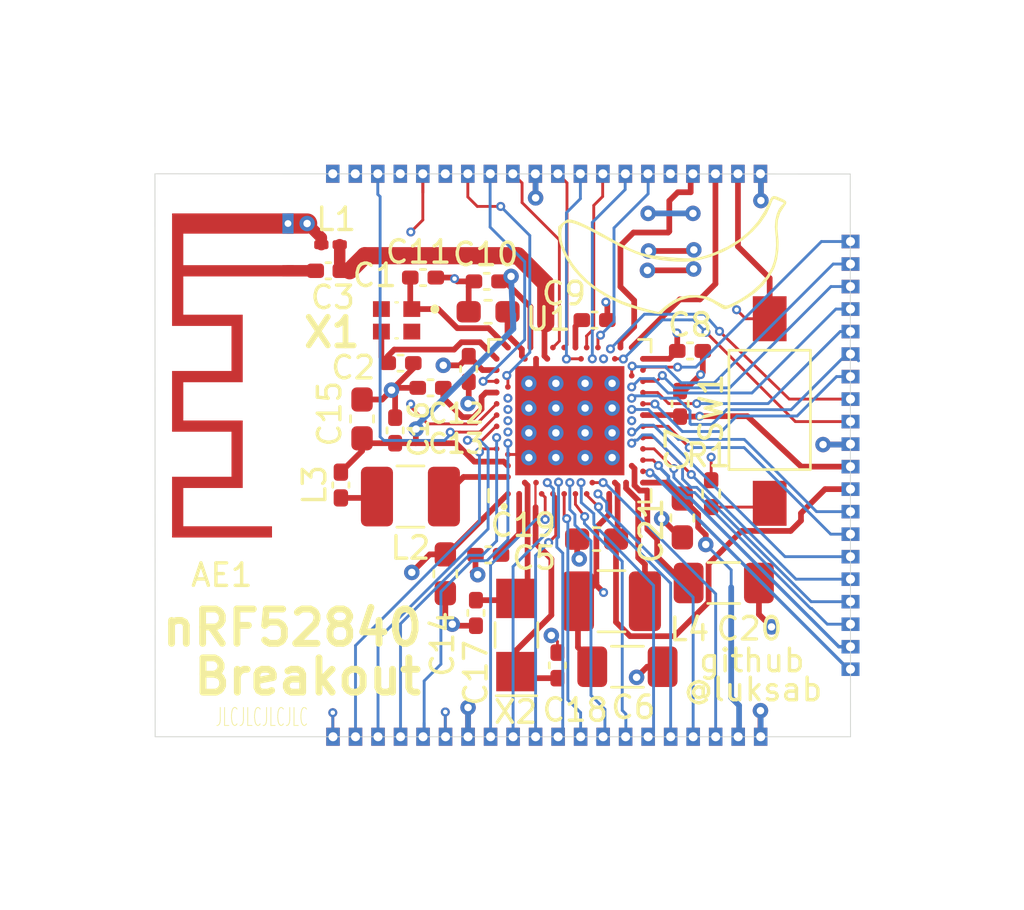
<source format=kicad_pcb>
(kicad_pcb (version 20210228) (generator pcbnew)
  (layers (0 "F.Cu" signal) (1 "In1.Cu" signal) (2 "In2.Cu" signal) (31 "B.Cu" signal) (34 "B.Paste" user) (35 "F.Paste" user) (36 "B.SilkS" user "B.Silkscreen") (37 "F.SilkS" user "F.Silkscreen") (38 "B.Mask" user) (39 "F.Mask" user) (44 "Edge.Cuts" user))
  (net 0 "")
  (net 1 "Net-(AE1-Pad1)")
  (net 2 "Net-(C1-Pad2)")
  (net 3 "GND")
  (net 4 "Net-(C2-Pad2)")
  (net 5 "Net-(C3-Pad1)")
  (net 6 "Net-(C5-Pad1)")
  (net 7 "VDD")
  (net 8 "Net-(C9-Pad1)")
  (net 9 "DEC4_6")
  (net 10 "Net-(C11-Pad1)")
  (net 11 "Net-(C13-Pad1)")
  (net 12 "Net-(C17-Pad2)")
  (net 13 "Net-(C18-Pad2)")
  (net 14 "Net-(J1-Pad3)")
  (net 15 "Net-(C20-Pad2)")
  (net 16 "Net-(J1-Pad5)")
  (net 17 "USB_D-")
  (net 18 "USB_D+")
  (net 19 "RST")
  (net 20 "SWDCLK")
  (net 21 "SWDIO")
  (net 22 "Net-(L2-Pad2)")
  (net 23 "DCC")
  (net 24 "Net-(L4-Pad1)")
  (net 25 "Net-(R1-Pad2)")
  (net 26 "Net-(J1-Pad8)")
  (net 27 "Net-(J1-Pad9)")
  (net 28 "Net-(J1-Pad10)")
  (net 29 "Net-(J1-Pad11)")
  (net 30 "Net-(J1-Pad12)")
  (net 31 "Net-(J1-Pad13)")
  (net 32 "Net-(J1-Pad14)")
  (net 33 "Net-(J1-Pad15)")
  (net 34 "Net-(J1-Pad16)")
  (net 35 "Net-(J2-Pad4)")
  (net 36 "Net-(J2-Pad3)")
  (net 37 "Net-(J2-Pad2)")
  (net 38 "Net-(J2-Pad1)")
  (net 39 "Net-(J1-Pad2)")
  (net 40 "Net-(J1-Pad17)")
  (net 41 "Net-(J1-Pad18)")
  (net 42 "Net-(J1-Pad4)")
  (net 43 "Net-(J2-Pad5)")
  (net 44 "Net-(J2-Pad6)")
  (net 45 "Net-(J2-Pad7)")
  (net 46 "Net-(J2-Pad8)")
  (net 47 "Net-(J2-Pad9)")
  (net 48 "Net-(J2-Pad11)")
  (net 49 "Net-(J2-Pad12)")
  (net 50 "Net-(J2-Pad13)")
  (net 51 "Net-(J2-Pad14)")
  (net 52 "Net-(J2-Pad15)")
  (net 53 "Net-(J2-Pad16)")
  (net 54 "Net-(J3-Pad1)")
  (net 55 "Net-(J3-Pad2)")
  (net 56 "VDDH")
  (net 57 "VBUS")
  (net 58 "Net-(J3-Pad3)")
  (net 59 "Net-(J3-Pad4)")
  (net 60 "Net-(J3-Pad5)")
  (net 61 "Net-(J3-Pad6)")
  (net 62 "Net-(J3-Pad7)")
  (net 63 "Net-(J3-Pad8)")
  (net 64 "Net-(J3-Pad9)")
  (net 65 "Net-(J3-Pad13)")
  (net 66 "Net-(J3-Pad14)")
  (net 67 "Net-(J3-Pad15)")
  (net 68 "Net-(J3-Pad16)")
  (net 69 "Net-(J3-Pad17)")
  (net 70 "Net-(J3-Pad18)")
  (footprint "Capacitor_SMD:C_0402_1005Metric_Pad0.74x0.62mm_HandSolder" (layer "F.Cu") (at 13.94 8.6725 -90)
    (fp_text reference "C12")
    (fp_text value "100nF")
  )
  (footprint "Connector_PinHeader_1.00mm:CastelatedHoles 1mm" (layer "F.Cu") (at 7.9 0 90)
    (fp_text reference "J2" hide)
    (fp_text value "Conn_01x20_Female")
  )
  (footprint "Connector_PinHeader_1.00mm:CastelatedHoles 1mm" (layer "F.Cu") (at 30.9 3.01)
    (fp_text reference "J3" hide)
    (fp_text value "Conn_01x20_Female")
  )
  (footprint "Capacitor_SMD:C_0402_1005Metric_Pad0.74x0.62mm_HandSolder" (layer "F.Cu") (at 14.74 4.78 180)
    (fp_text reference "C10")
    (fp_text value "nc")
  )
  (footprint "Capacitor_SMD:C_0603_1608Metric_Pad1.08x0.95mm_HandSolder" (layer "F.Cu") (at 23.43 15.29 90)
    (fp_text reference "C21")
    (fp_text value "4.7µF")
  )
  (footprint "RF_Antenna:Texas_SWRA117D_2.4GHz_Left" (layer "F.Cu") (at 5.91 4.31 90)
    (fp_text reference "AE1")
    (fp_text value "PCB")
  )
  (footprint "Button_Switch_SMD:SW_SPST_PTS636" (layer "F.Cu") (at 27.31 10.54 90)
    (fp_text reference "SW1")
    (fp_text value "SW_Push")
  )
  (footprint "Resistor_SMD:R_0402_1005Metric_Pad0.72x0.64mm_HandSolder" (layer "F.Cu") (at 24.71 14.21 -90)
    (fp_text reference "R1")
    (fp_text value "10k")
  )
  (footprint "Inductor_SMD:L_0402_1005Metric_Pad0.77x0.64mm_HandSolder" (layer "F.Cu") (at 7.7 4.31)
    (fp_text reference "L1")
    (fp_text value "3.9nH")
  )
  (footprint "SamacSys_Parts:XRCGB32M000F2P01R0" (layer "F.Cu") (at 10.735 6.51 180)
    (fp_text reference "X1")
    (fp_text value "Crystal" hide)
  )
  (footprint "Inductor_SMD:L_1210_3225Metric_Pad1.42x2.65mm_HandSolder" (layer "F.Cu") (at 11.35 14.34 180)
    (fp_text reference "L2")
    (fp_text value "10µH")
  )
  (footprint "Capacitor_SMD:C_1206_3216Metric_Pad1.33x1.80mm_HandSolder" (layer "F.Cu") (at 20.99 21.9)
    (fp_text reference "C6")
    (fp_text value "4.7µF")
  )
  (footprint "Capacitor_SMD:C_0402_1005Metric_Pad0.74x0.62mm_HandSolder" (layer "F.Cu") (at 23.33 10.22 90)
    (fp_text reference "C7")
    (fp_text value "100nF")
  )
  (footprint "Capacitor_SMD:C_1206_3216Metric_Pad1.33x1.80mm_HandSolder" (layer "F.Cu") (at 25.27 18.18 180)
    (fp_text reference "C20")
    (fp_text value "4.7µF")
  )
  (footprint "MountingHole:MountingHole_2.1mm" (layer "F.Cu") (at 29.55 1.33)
    (fp_text reference "REF**2" hide)
    (fp_text value "MountingHole_2.1mm")
  )
  (footprint "Capacitor_SMD:C_0402_1005Metric_Pad0.74x0.62mm_HandSolder" (layer "F.Cu") (at 11.91 4.61 180)
    (fp_text reference "C1")
    (fp_text value "12pF")
  )
  (footprint "Inductor_SMD:L_1210_3225Metric_Pad1.42x2.65mm_HandSolder" (layer "F.Cu") (at 20.28 18.99 180)
    (fp_text reference "L4")
    (fp_text value "10µH")
  )
  (footprint "MountingHole:MountingHole_2.1mm" (layer "F.Cu") (at 1.17 23.91)
    (fp_text reference "REF**1" hide)
    (fp_text value "MountingHole_2.1mm")
  )
  (footprint "Inductor_SMD:L_0402_1005Metric_Pad0.77x0.64mm_HandSolder" (layer "F.Cu") (at 8.26 13.8275 90)
    (fp_text reference "L3")
    (fp_text value "15nH")
  )
  (footprint "Capacitor_SMD:C_0603_1608Metric_Pad1.08x0.95mm_HandSolder" (layer "F.Cu") (at 9.2 10.89 90)
    (fp_text reference "C15")
    (fp_text value "1µF")
  )
  (footprint "Capacitor_SMD:C_0402_1005Metric_Pad0.74x0.62mm_HandSolder" (layer "F.Cu") (at 10.67 11.4025 90)
    (fp_text reference "C16")
    (fp_text value "47nF")
  )
  (footprint "Capacitor_SMD:C_0603_1608Metric_Pad1.08x0.95mm_HandSolder" (layer "F.Cu") (at 12.9 17.77 -90)
    (fp_text reference "C14")
    (fp_text value "1µF")
  )
  (footprint "LOGO" (layer "F.Cu") (at 22.875893 3.412212 -95)
    (fp_text reference "G***" hide)
    (fp_text value "LOGO" hide)
  )
  (footprint "Capacitor_SMD:C_0402_1005Metric_Pad0.74x0.62mm_HandSolder" (layer "F.Cu") (at 19.53 6.5)
    (fp_text reference "C9")
    (fp_text value "820pF")
  )
  (footprint "Connector_PinHeader_1.00mm:CastelatedHoles 1mm" (layer "F.Cu") (at 7.91 25.01 90)
    (fp_text reference "J1" hide)
    (fp_text value "Conn_01x20_Female")
  )
  (footprint "Crystal:Crystal_SMD_MicroCrystal_CC7V-T1A-2Pin_3.2x1.5mm_HandSoldering" (layer "F.Cu") (at 16.06 20.49 90)
    (fp_text reference "X2")
    (fp_text value "32.768kHz")
  )
  (footprint "Package_DFN_QFN:Nordic_AQFN-73-1EP_7x7mm_P0.5mm" (layer "F.Cu") (at 18.43 10.97 90)
    (fp_text reference "U1")
    (fp_text value "nRF52840")
  )
  (footprint "Capacitor_SMD:C_0201_0603Metric_Pad0.64x0.40mm_HandSolder" (layer "F.Cu") (at 7.8 3.15 180)
    (fp_text reference "C3")
    (fp_text value "0.8pF")
  )
  (footprint "Capacitor_SMD:C_0603_1608Metric_Pad1.08x0.95mm_HandSolder" (layer "F.Cu") (at 19.62 16.23)
    (fp_text reference "C19")
    (fp_text value "4.7µF")
  )
  (footprint "Capacitor_SMD:C_0402_1005Metric_Pad0.74x0.62mm_HandSolder" (layer "F.Cu") (at 14.8075 16.93 180)
    (fp_text reference "C5")
    (fp_text value "100nF")
  )
  (footprint "Capacitor_SMD:C_0402_1005Metric_Pad0.74x0.62mm_HandSolder" (layer "F.Cu") (at 10.91 8.41 180)
    (fp_text reference "C2")
    (fp_text value "12pF")
  )
  (footprint "Capacitor_SMD:C_0603_1608Metric_Pad1.08x0.95mm_HandSolder" (layer "F.Cu") (at 14.8 6.13 180)
    (fp_text reference "C11")
    (fp_text value "100pF")
  )
  (footprint "Capacitor_SMD:C_0402_1005Metric_Pad0.74x0.62mm_HandSolder" (layer "F.Cu") (at 17.88 21.84 -90)
    (fp_text reference "C18")
    (fp_text value "12pF")
  )
  (footprint "Capacitor_SMD:C_0402_1005Metric_Pad0.74x0.62mm_HandSolder" (layer "F.Cu") (at 12.2425 9.51 180)
    (fp_text reference "C13")
    (fp_text value "nc")
  )
  (footprint "Capacitor_SMD:C_0402_1005Metric_Pad0.74x0.62mm_HandSolder" (layer "F.Cu") (at 23.77 7.87)
    (fp_text reference "C8")
    (fp_text value "100nF")
  )
  (footprint "Capacitor_SMD:C_0402_1005Metric_Pad0.74x0.62mm_HandSolder" (layer "F.Cu") (at 14.26 19.51 90)
    (fp_text reference "C17")
    (fp_text value "12pF")
  )
  (gr_circle (center 15.51 14.78) (end 15.58 14.82) (layer "F.SilkS") (width 0.1524) (fill none))
  (gr_line (start 0 0) (end 0.01 25.01) (layer "Edge.Cuts") (width 0.0381))
  (gr_line (start 30.9 25.01) (end 30.89 0.01) (layer "Edge.Cuts") (width 0.0381))
  (gr_line (start 0.01 25.01) (end 30.9 25.01) (layer "Edge.Cuts") (width 0.0381))
  (gr_line (start 30.89 0.01) (end 0 0) (layer "Edge.Cuts") (width 0.0381))
  (gr_text "nRF52840" (at 6.11 20.17) (layer "F.SilkS") (effects (font (size 1.524 1.524) (thickness 0.3048))))
  (gr_text "Breakout" (at 6.78 22.34) (layer "F.SilkS") (effects (font (size 1.524 1.524) (thickness 0.3048))))
  (gr_text "JLCJLCJLCJLC" (at 4.75 24.14) (layer "F.SilkS") (effects (font (size 0.8 0.4) (thickness 0.0375))))
  (segment (start 7.1275 4.31) (end 5.91 4.31) (width 0.508) (layer "F.Cu") (net 1))
  (segment (start 11.3425 4.61) (end 11.3425 5.9425) (width 0.254) (layer "F.Cu") (net 2))
  (segment (start 12.584886 6.01) (end 13.433906 6.85902) (width 0.254) (layer "F.Cu") (net 2))
  (segment (start 11.3425 5.9425) (end 11.41 6.01) (width 0.254) (layer "F.Cu") (net 2))
  (segment (start 14.81902 6.85902) (end 15.68 7.72) (width 0.254) (layer "F.Cu") (net 2))
  (segment (start 11.41 6.01) (end 12.584886 6.01) (width 0.254) (layer "F.Cu") (net 2))
  (segment (start 13.433906 6.85902) (end 14.81902 6.85902) (width 0.254) (layer "F.Cu") (net 2))
  (segment (start 26.8325 18.18) (end 26.8325 19.5725) (width 0.254) (layer "F.Cu") (net 3))
  (segment (start 10.67 9.77) (end 10.51 9.61) (width 0.254) (layer "F.Cu") (net 3))
  (segment (start 12.9 18.6325) (end 12.9 19.7) (width 0.254) (layer "F.Cu") (net 3))
  (segment (start 7.3925 2.8425) (end 6.76 2.21) (width 0.508) (layer "F.Cu") (net 3))
  (segment (start 26.8325 19.5725) (end 27.39 20.13) (width 0.254) (layer "F.Cu") (net 3))
  (segment (start 11.4775 8.6425) (end 10.51 9.61) (width 0.254) (layer "F.Cu") (net 3))
  (segment (start 10.61 9.51) (end 10.51 9.61) (width 0.254) (layer "F.Cu") (net 3))
  (segment (start 18.43 11.07) (end 16.61 9.25) (width 0.127) (layer "F.Cu") (net 3))
  (segment (start 26.92 1.19) (end 26.92 0.12702) (width 0.254) (layer "F.Cu") (net 3))
  (segment (start 13.9375 6.13) (end 13.9375 5.015) (width 0.254) (layer "F.Cu") (net 3))
  (segment (start 26.92 0.12702) (end 26.9 0.12702) (width 0.254) (layer "F.Cu") (net 3))
  (segment (start 24.71 13.6125) (end 24.71 12.59) (width 0.127) (layer "F.Cu") (net 3))
  (segment (start 13.2775 20.0775) (end 13.21 20.01) (width 0.254) (layer "F.Cu") (net 3))
  (segment (start 13.94 10.18) (end 13.91 10.21) (width 0.254) (layer "F.Cu") (net 3))
  (segment (start 7.3925 3.15) (end 7.3925 2.8425) (width 0.508) (layer "F.Cu") (net 3))
  (segment (start 24.3375 8.8225) (end 24.24 8.92) (width 0.254) (layer "F.Cu") (net 3))
  (segment (start 17.88 20.78) (end 17.61 20.51) (width 0.127) (layer "F.Cu") (net 3))
  (segment (start 16.91 0.12702) (end 16.9 0.12702) (width 0.254) (layer "F.Cu") (net 3))
  (segment (start 11.4775 8.41) (end 11.4775 8.6425) (width 0.254) (layer "F.Cu") (net 3))
  (segment (start 23.33 9.6525) (end 23.5075 9.6525) (width 0.254) (layer "F.Cu") (net 3))
  (segment (start 13.94 9.24) (end 13.94 10.18) (width 0.254) (layer "F.Cu") (net 3))
  (segment (start 11.675 9.51) (end 10.61 9.51) (width 0.254) (layer "F.Cu") (net 3))
  (segment (start 15.68 12.47) (end 16.47 12.47) (width 0.127) (layer "F.Cu") (net 3))
  (segment (start 10.0925 10.0275) (end 10.51 9.61) (width 0.254) (layer "F.Cu") (net 3))
  (segment (start 17.88 21.2725) (end 17.88 20.78) (width 0.127) (layer "F.Cu") (net 3))
  (segment (start 16.91 1.07) (end 16.91 0.12702) (width 0.254) (layer "F.Cu") (net 3))
  (segment (start 18.7575 16.23) (end 18.7575 17.017669) (width 0.254) (layer "F.Cu") (net 3))
  (segment (start 29.68 12.03) (end 30.913284 12.03) (width 0.254) (layer "F.Cu") (net 3))
  (segment (start 14.24 16.93) (end 14.24 17.7125) (width 0.254) (layer "F.Cu") (net 3))
  (segment (start 7.9 23.94) (end 7.9 24.93648) (width 0.127) (layer "F.Cu") (net 3))
  (segment (start 24.3375 7.87) (end 24.3375 8.8225) (width 0.254) (layer "F.Cu") (net 3))
  (segment (start 16.47 12.47) (end 16.61 12.61) (width 0.127) (layer "F.Cu") (net 3))
  (segment (start 23.5075 9.6525) (end 24.24 8.92) (width 0.254) (layer "F.Cu") (net 3))
  (segment (start 20.0975 6.5) (end 20.0975 5.7675) (width 0.254) (layer "F.Cu") (net 3))
  (segment (start 16.61 11.55) (end 16.61 11.51) (width 0.127) (layer "F.Cu") (net 3))
  (segment (start 9.2 10.0275) (end 10.0925 10.0275) (width 0.254) (layer "F.Cu") (net 3))
  (segment (start 12.9 24.94648) (end 12.91 24.94648) (width 0.127) (layer "F.Cu") (net 3))
  (segment (start 16.93 9.47) (end 18.43 10.97) (width 0.254) (layer "F.Cu") (net 3))
  (segment (start 26.9 24.87298) (end 26.91 24.88298) (width 0.254) (layer "F.Cu") (net 3))
  (segment (start 26.9 23.85) (end 26.9 24.87298) (width 0.254) (layer "F.Cu") (net 3))
  (segment (start 16.93 8.22) (end 16.93 9.47) (width 0.254) (layer "F.Cu") (net 3))
  (segment (start 23.3425 16.1525) (end 22.51 15.32) (width 0.254) (layer "F.Cu") (net 3))
  (segment (start 12.4775 4.61) (end 13.26 4.61) (width 0.254) (layer "F.Cu") (net 3))
  (segment (start 7.9 24.93648) (end 7.91 24.94648) (width 0.127) (layer "F.Cu") (net 3))
  (segment (start 13.9375 5.015) (end 14.1725 4.78) (width 0.254) (layer "F.Cu") (net 3))
  (segment (start 14.1725 4.78) (end 13.43 4.78) (width 0.254) (layer "F.Cu") (net 3))
  (segment (start 16.61 12.65) (end 16.61 12.61) (width 0.127) (layer "F.Cu") (net 3))
  (segment (start 23.43 16.1525) (end 23.3425 16.1525) (width 0.254) (layer "F.Cu") (net 3))
  (segment (start 6.76 2.21) (end 5.91 2.21) (width 0.9) (layer "F.Cu") (net 3))
  (segment (start 14.26 20.0775) (end 13.2775 20.0775) (width 0.254) (layer "F.Cu") (net 3))
  (segment (start 21.8664 21.9) (end 21.3964 22.37) (width 0.254) (layer "F.Cu") (net 3))
  (segment (start 10.67 10.835) (end 10.67 9.77) (width 0.254) (layer "F.Cu") (net 3))
  (segment (start 22.5525 21.9) (end 21.8664 21.9) (width 0.254) (layer "F.Cu") (net 3))
  (segment (start 18.7575 17.017669) (end 18.849831 17.11) (width 0.254) (layer "F.Cu") (net 3))
  (segment (start 12.9 23.91) (end 12.9 24.94648) (width 0.127) (layer "F.Cu") (net 3))
  (segment (start 20.0975 5.7675) (end 20.03 5.7) (width 0.254) (layer "F.Cu") (net 3))
  (segment (start 16.61 10.45) (end 16.61 10.41) (width 0.127) (layer "F.Cu") (net 3))
  (segment (start 16.61 9.35) (end 16.61 9.31) (width 0.127) (layer "F.Cu") (net 3))
  (segment (start 13.43 4.78) (end 13.31 4.66) (width 0.254) (layer "F.Cu") (net 3))
  (segment (start 14.1125 17.7125) (end 14.21 17.81) (width 0.254) (layer "F.Cu") (net 3))
  (segment (start 12.9 19.7) (end 13.21 20.01) (width 0.254) (layer "F.Cu") (net 3))
  (segment (start 13.26 4.61) (end 13.31 4.66) (width 0.254) (layer "F.Cu") (net 3))
  (via (at 20.31 10.41) (size 0.6858) (drill 0.3302) (layers "F.Cu" "B.Cu") (net 3))
  (via (at 13.21 20.01) (size 0.6858) (drill 0.3302) (layers "F.Cu" "B.Cu") (net 3))
  (via (at 17.81 12.61) (size 0.6858) (drill 0.3302) (layers "F.Cu" "B.Cu") (net 3))
  (via (at 20.03 5.7) (size 0.4) (drill 0.2) (layers "F.Cu" "B.Cu") (net 3))
  (via (at 19.11 11.51) (size 0.6858) (drill 0.3302) (layers "F.Cu" "B.Cu") (net 3))
  (via (at 16.61 9.31) (size 0.6858) (drill 0.3302) (layers "F.Cu" "B.Cu") (net 3))
  (via (at 18.849831 17.11) (size 0.6858) (drill 0.3302) (layers "F.Cu" "B.Cu") (net 3))
  (via (at 26.92 1.19) (size 0.6858) (drill 0.3302) (layers "F.Cu" "B.Cu") (net 3))
  (via (at 17.81 11.51) (size 0.6858) (drill 0.3302) (layers "F.Cu" "B.Cu") (net 3))
  (via (at 19.11 12.61) (size 0.6858) (drill 0.3302) (layers "F.Cu" "B.Cu") (net 3))
  (via (at 29.68 12.03) (size 0.6858) (drill 0.3302) (layers "F.Cu" "B.Cu") (net 3))
  (via (at 17.81 9.31) (size 0.6858) (drill 0.3302) (layers "F.Cu" "B.Cu") (net 3))
  (via (at 12.9 23.91) (size 0.4) (drill 0.2) (layers "F.Cu" "B.Cu") (net 3))
  (via (at 16.61 12.61) (size 0.6858) (drill 0.3302) (layers "F.Cu" "B.Cu") (net 3))
  (via (at 6.76 2.21) (size 0.6858) (drill 0.3302) (layers "F.Cu" "B.Cu") (net 3))
  (via (at 14.3375 17.81) (size 0.6858) (drill 0.3302) (layers "F.Cu" "B.Cu") (net 3))
  (via (at 7.9 23.94) (size 0.4) (drill 0.2) (layers "F.Cu" "B.Cu") (net 3))
  (via (at 24.71 12.59) (size 0.4) (drill 0.2) (layers "F.Cu" "B.Cu") (net 3))
  (via (at 27.39 20.13) (size 0.6858) (drill 0.3302) (layers "F.Cu" "B.Cu") (net 3))
  (via (at 22.51 15.32) (size 0.6858) (drill 0.3302) (layers "F.Cu" "B.Cu") (net 3))
  (via (at 16.91 1.07) (size 0.6858) (drill 0.3302) (layers "F.Cu" "B.Cu") (net 3))
  (via (at 17.81 10.41) (size 0.6858) (drill 0.3302) (layers "F.Cu" "B.Cu") (net 3))
  (via (at 10.51 9.61) (size 0.6858) (drill 0.3302) (layers "F.Cu" "B.Cu") (net 3))
  (via (at 19.11 10.41) (size 0.6858) (drill 0.3302) (layers "F.Cu" "B.Cu") (net 3))
  (via (at 20.31 12.61) (size 0.6858) (drill 0.3302) (layers "F.Cu" "B.Cu") (net 3))
  (via (at 13.91 10.21) (size 0.6858) (drill 0.3302) (layers "F.Cu" "B.Cu") (net 3))
  (via (at 16.61 11.51) (size 0.6858) (drill 0.3302) (layers "F.Cu" "B.Cu") (net 3))
  (via (at 21.3964 22.37) (size 0.6858) (drill 0.3302) (layers "F.Cu" "B.Cu") (net 3))
  (via (at 13.31 4.66) (size 0.4) (drill 0.2) (layers "F.Cu" "B.Cu") (net 3))
  (via (at 16.61 10.41) (size 0.6858) (drill 0.3302) (layers "F.Cu" "B.Cu") (net 3))
  (via (at 19.11 9.31) (size 0.6858) (drill 0.3302) (layers "F.Cu" "B.Cu") (net 3))
  (via (at 20.31 9.31) (size 0.6858) (drill 0.3302) (layers "F.Cu" "B.Cu") (net 3))
  (via (at 17.61 20.51) (size 0.6858) (drill 0.3302) (layers "F.Cu" "B.Cu") (net 3))
  (via (at 20.31 11.51) (size 0.6858) (drill 0.3302) (layers "F.Cu" "B.Cu") (net 3))
  (via (at 26.9 23.85) (size 0.6858) (drill 0.3302) (layers "F.Cu" "B.Cu") (net 3))
  (via (at 24.24 8.92) (size 0.4) (drill 0.2) (layers "F.Cu" "B.Cu") (net 3))
  (segment (start 26.91 23.86) (end 26.91 24.88298) (width 0.254) (layer "B.Cu") (net 3))
  (segment (start 26.92 1.19) (end 26.92 0.12702) (width 0.254) (layer "B.Cu") (net 3))
  (segment (start 26.9 23.85) (end 26.91 23.86) (width 0.254) (layer "B.Cu") (net 3))
  (segment (start 26.92 0.12702) (end 26.9 0.12702) (width 0.254) (layer "B.Cu") (net 3))
  (segment (start 12.9 24.93648) (end 12.91 24.94648) (width 0.127) (layer "B.Cu") (net 3))
  (segment (start 16.91 1.07) (end 16.91 0.12702) (width 0.254) (layer "B.Cu") (net 3))
  (segment (start 12.9 23.91) (end 12.9 24.93648) (width 0.127) (layer "B.Cu") (net 3))
  (segment (start 7.9 24.94648) (end 7.91 24.94648) (width 0.127) (layer "B.Cu") (net 3))
  (segment (start 29.68 12.03) (end 30.913284 12.03) (width 0.254) (layer "B.Cu") (net 3))
  (segment (start 16.91 0.12702) (end 16.9 0.12702) (width 0.254) (layer "B.Cu") (net 3))
  (segment (start 7.9 23.94) (end 7.9 24.94648) (width 0.127) (layer "B.Cu") (net 3))
  (segment (start 14.44348 7.48348) (end 15.18 8.22) (width 0.254) (layer "F.Cu") (net 4))
  (segment (start 10.6325 7.81) (end 13.289056 7.81) (width 0.254) (layer "F.Cu") (net 4))
  (segment (start 10.3425 8.1) (end 10.6325 7.81) (width 0.254) (layer "F.Cu") (net 4))
  (segment (start 13.289056 7.81) (end 13.615576 7.48348) (width 0.254) (layer "F.Cu") (net 4))
  (segment (start 10.06 7.01) (end 10.06 8.1275) (width 0.254) (layer "F.Cu") (net 4))
  (segment (start 13.615576 7.48348) (end 14.44348 7.48348) (width 0.254) (layer "F.Cu") (net 4))
  (segment (start 10.3425 8.41) (end 10.3425 8.1) (width 0.254) (layer "F.Cu") (net 4))
  (segment (start 10.06 8.1275) (end 10.3425 8.41) (width 0.254) (layer "F.Cu") (net 4))
  (segment (start 9.32 3.64) (end 8.65 4.31) (width 0.762) (layer "F.Cu") (net 5))
  (segment (start 17.305 8.095) (end 17.305 6.715) (width 0.254) (layer "F.Cu") (net 5))
  (segment (start 15.99 3.64) (end 16.119389 3.64) (width 0.762) (layer "F.Cu") (net 5))
  (segment (start 8.65 4.31) (end 8.2725 4.31) (width 0.254) (layer "F.Cu") (net 5))
  (segment (start 8.2075 4.245) (end 8.2725 4.31) (width 0.254) (layer "F.Cu") (net 5))
  (segment (start 17.43 8.22) (end 17.305 8.095) (width 0.254) (layer "F.Cu") (net 5))
  (segment (start 17.36 4.880611) (end 17.36 6.66) (width 0.762) (layer "F.Cu") (net 5))
  (segment (start 8.2075 3.15) (end 8.2075 4.245) (width 0.508) (layer "F.Cu") (net 5))
  (segment (start 15.99 3.64) (end 9.32 3.64) (width 0.762) (layer "F.Cu") (net 5))
  (segment (start 16.119389 3.64) (end 17.36 4.880611) (width 0.762) (layer "F.Cu") (net 5))
  (segment (start 17.305 6.715) (end 17.36 6.66) (width 0.254) (layer "F.Cu") (net 5))
  (segment (start 16.18 15.9975) (end 15.2475 16.93) (width 0.254) (layer "F.Cu") (net 6))
  (segment (start 16.18 14.22) (end 16.18 15.9975) (width 0.254) (layer "F.Cu") (net 6))
  (segment (start 12.2125 16.9075) (end 11.41 17.71) (width 0.254) (layer "F.Cu") (net 7))
  (segment (start 23.2025 7.87) (end 23.2025 7.0825) (width 0.254) (layer "F.Cu") (net 7))
  (segment (start 24.1825 10.7875) (end 24.2 10.77) (width 0.254) (layer "F.Cu") (net 7))
  (segment (start 18.7925 18.99) (end 18.7925 21.035) (width 0.254) (layer "F.Cu") (net 7))
  (segment (start 19.61 15.71) (end 20.18 15.14) (width 0.254) (layer "F.Cu") (net 7))
  (segment (start 20.18 15.14) (end 20.18 14.74) (width 0.254) (layer "F.Cu") (net 7))
  (segment (start 13.91 23.71) (end 13.91 24.88298) (width 0.254) (layer "F.Cu") (net 7))
  (segment (start 15.68 14.22) (end 12.9925 16.9075) (width 0.254) (layer "F.Cu") (net 7))
  (segment (start 21.88 4.29) (end 23.87 4.29) (width 0.254) (layer "F.Cu") (net 7))
  (segment (start 13.535 8.51) (end 12.81 8.51) (width 0.254) (layer "F.Cu") (net 7))
  (segment (start 24.2 10.77) (end 26.32 10.77) (width 0.254) (layer "F.Cu") (net 7))
  (segment (start 26.32 10.77) (end 28.71 13.01) (width 0.254) (layer "F.Cu") (net 7))
  (segment (start 23.89 3.43) (end 23.94 3.38) (width 0.254) (layer "F.Cu") (net 7))
  (segment (start 12.9925 16.9075) (end 12.9 16.9075) (width 0.254) (layer "F.Cu") (net 7))
  (segment (start 21.93 3.43) (end 23.89 3.43) (width 0.254) (layer "F.Cu") (net 7))
  (segment (start 21.68 10.72) (end 23.2625 10.72) (width 0.254) (layer "F.Cu") (net 7))
  (segment (start 19.61 18.1725) (end 19.61 18.28) (width 0.254) (layer "F.Cu") (net 7))
  (segment (start 23.2025 7.0825) (end 23.19 7.07) (width 0.254) (layer "F.Cu") (net 7))
  (segment (start 23.33 10.7875) (end 24.1825 10.7875) (width 0.254) (layer "F.Cu") (net 7))
  (segment (start 19.61 18.1725) (end 19.61 15.71) (width 0.254) (layer "F.Cu") (net 7))
  (segment (start 22.8525 8.22) (end 23.2025 7.87) (width 0.254) (layer "F.Cu") (net 7))
  (segment (start 19.61 18.1725) (end 18.7925 18.99) (width 0.254) (layer "F.Cu") (net 7))
  (segment (start 12.9 16.9075) (end 12.2125 16.9075) (width 0.254) (layer "F.Cu") (net 7))
  (segment (start 23.87 4.29) (end 23.93 4.23) (width 0.254) (layer "F.Cu") (net 7))
  (segment (start 20.18 15.14) (end 20.18 14.22) (width 0.254) (layer "F.Cu") (net 7))
  (segment (start 18.7925 21.035) (end 19.4475 21.69) (width 0.254) (layer "F.Cu") (net 7))
  (segment (start 28.71 13.01) (end 30.9 13.01) (width 0.254) (layer "F.Cu") (net 7))
  (segment (start 21.68 8.22) (end 22.8525 8.22) (width 0.254) (layer "F.Cu") (net 7))
  (segment (start 15.18 8.72) (end 14.555 8.72) (width 0.254) (layer "F.Cu") (net 7))
  (segment (start 13.94 8.105) (end 13.535 8.51) (width 0.254) (layer "F.Cu") (net 7))
  (segment (start 14.555 8.72) (end 13.94 8.105) (width 0.254) (layer "F.Cu") (net 7))
  (segment (start 23.2625 10.72) (end 23.33 10.7875) (width 0.254) (layer "F.Cu") (net 7))
  (segment (start 19.61 18.28) (end 19.93 18.6) (width 0.254) (layer "F.Cu") (net 7))
  (via (at 21.88 4.29) (size 0.6858) (drill 0.3302) (layers "F.Cu" "B.Cu") (net 7))
  (via (at 13.91 23.71) (size 0.6858) (drill 0.3302) (layers "F.Cu" "B.Cu") (net 7))
  (via (at 23.94 3.38) (size 0.6858) (drill 0.3302) (layers "F.Cu" "B.Cu") (net 7))
  (via (at 23.93 4.23) (size 0.6858) (drill 0.3302) (layers "F.Cu" "B.Cu") (net 7))
  (via (at 23.19 7.07) (size 0.4) (drill 0.2) (layers "F.Cu" "B.Cu") (net 7))
  (via (at 23.9 1.76) (size 0.6858) (drill 0.3302) (layers "F.Cu" "B.Cu") (net 7))
  (via (at 11.41 17.71) (size 0.6858) (drill 0.3302) (layers "F.Cu" "B.Cu") (net 7))
  (via (at 12.81 8.51) (size 0.6858) (drill 0.3302) (layers "F.Cu" "B.Cu") (net 7))
  (via (at 24.2 10.77) (size 0.4) (drill 0.2) (layers "F.Cu" "B.Cu") (net 7))
  (via (at 21.91 1.76) (size 0.6858) (drill 0.3302) (layers "F.Cu" "B.Cu") (net 7))
  (via (at 21.93 3.43) (size 0.6858) (drill 0.3302) (layers "F.Cu" "B.Cu") (net 7))
  (via (at 19.93 18.6) (size 0.4) (drill 0.2) (layers "F.Cu" "B.Cu") (net 7))
  (segment (start 21.91 1.76) (end 23.9 1.76) (width 0.254) (layer "B.Cu") (net 7))
  (segment (start 13.91 23.71) (end 13.91 24.88298) (width 0.254) (layer "B.Cu") (net 7))
  (segment (start 18.68 6.7825) (end 18.9625 6.5) (width 0.254) (layer "F.Cu") (net 8))
  (segment (start 18.68 7.72) (end 18.68 6.7825) (width 0.254) (layer "F.Cu") (net 8))
  (segment (start 15.68 12.97) (end 15.49798 12.78798) (width 0.254) (layer "F.Cu") (net 9))
  (segment (start 15.3075 4.78) (end 15.545114 4.78) (width 0.254) (layer "F.Cu") (net 9))
  (segment (start 9.2 12.315) (end 8.26 13.255) (width 0.254) (layer "F.Cu") (net 9))
  (segment (start 15.82 4.56) (end 15.651388 4.78) (width 0.254) (layer "F.Cu") (net 9))
  (segment (start 10.67 11.97) (end 9.4175 11.97) (width 0.254) (layer "F.Cu") (net 9))
  (segment (start 14.18798 12.78798) (end 13.37 11.97) (width 0.254) (layer "F.Cu") (net 9))
  (segment (start 15.651388 4.78) (end 15.3075 4.78) (width 0.254) (layer "F.Cu") (net 9))
  (segment (start 11.59 11.97) (end 10.67 11.97) (width 0.254) (layer "F.Cu") (net 9))
  (segment (start 11.6 11.34) (end 11.59 11.35) (width 0.254) (layer "F.Cu") (net 9))
  (segment (start 9.4175 11.97) (end 9.2 11.7525) (width 0.254) (layer "F.Cu") (net 9))
  (segment (start 15.545114 4.78) (end 16.68 5.914886) (width 0.254) (layer "F.Cu") (net 9))
  (segment (start 11.59 11.35) (end 11.59 11.97) (width 0.254) (layer "F.Cu") (net 9))
  (segment (start 9.2 11.7525) (end 9.2 12.315) (width 0.254) (layer "F.Cu") (net 9))
  (segment (start 15.49798 12.78798) (end 14.18798 12.78798) (width 0.254) (layer "F.Cu") (net 9))
  (segment (start 16.68 5.914886) (end 16.68 7.72) (width 0.254) (layer "F.Cu") (net 9))
  (segment (start 13.37 11.97) (end 11.59 11.97) (width 0.254) (layer "F.Cu") (net 9))
  (via (at 11.6 11.34) (size 0.6858) (drill 0.3302) (layers "F.Cu" "B.Cu") (net 9))
  (via (at 15.82 4.56) (size 0.6858) (drill 0.3302) (layers "F.Cu" "B.Cu") (net 9))
  (segment (start 11.6 11.21) (end 15.91925 6.89075) (width 0.254) (layer "B.Cu") (net 9))
  (segment (start 15.91925 6.89075) (end 15.91925 6.244219) (width 0.254) (layer "B.Cu") (net 9))
  (segment (start 15.91925 6.89075) (end 15.82 4.56) (width 0.254) (layer "B.Cu") (net 9))
  (segment (start 11.6 11.34) (end 11.6 11.21) (width 0.254) (layer "B.Cu") (net 9))
  (segment (start 16.300989 8.090989) (end 16.300989 7.800989) (width 0.254) (layer "F.Cu") (net 10))
  (segment (start 16.43 8.22) (end 16.300989 8.090989) (width 0.254) (layer "F.Cu") (net 10))
  (segment (start 15.6625 7.1625) (end 15.6625 6.13) (width 0.254) (layer "F.Cu") (net 10))
  (segment (start 16.300989 7.800989) (end 15.6625 7.1625) (width 0.254) (layer "F.Cu") (net 10))
  (segment (start 14.7 9.72) (end 15.18 9.72) (width 0.254) (layer "F.Cu") (net 11))
  (segment (start 14.51 9.91) (end 14.7 9.72) (width 0.254) (layer "F.Cu") (net 11))
  (segment (start 12.81 9.51) (end 12.81 9.953469) (width 0.254) (layer "F.Cu") (net 11))
  (segment (start 12.81 9.953469) (end 13.666531 10.81) (width 0.254) (layer "F.Cu") (net 11))
  (segment (start 14.51 10.453469) (end 14.51 9.91) (width 0.254) (layer "F.Cu") (net 11))
  (segment (start 14.153469 10.81) (end 14.51 10.453469) (width 0.254) (layer "F.Cu") (net 11))
  (segment (start 13.666531 10.81) (end 14.153469 10.81) (width 0.254) (layer "F.Cu") (net 11))
  (segment (start 16.43 13.72) (end 16.555 13.845) (width 0.254) (layer "F.Cu") (net 12))
  (segment (start 14.26 18.9425) (end 15.9825 18.9425) (width 0.254) (layer "F.Cu") (net 12))
  (segment (start 16.555 13.845) (end 16.555 18.37) (width 0.254) (layer "F.Cu") (net 12))
  (segment (start 16.555 18.37) (end 16.06 18.865) (width 0.254) (layer "F.Cu") (net 12))
  (segment (start 15.9825 18.9425) (end 16.06 18.865) (width 0.254) (layer "F.Cu") (net 12))
  (segment (start 16.91 14.81) (end 16.91 16.41) (width 0.254) (layer "F.Cu") (net 13))
  (segment (start 16.91 16.41) (end 17.61 17.11) (width 0.254) (layer "F.Cu") (net 13))
  (segment (start 16.904989 13.745011) (end 16.904989 14.804989) (width 0.1) (layer "F.Cu") (net 13))
  (segment (start 16.904989 14.804989) (end 16.91 14.81) (width 0.1) (layer "F.Cu") (net 13))
  (segment (start 17.61 19.61) (end 16.06 21.16) (width 0.254) (layer "F.Cu") (net 13))
  (segment (start 16.3525 22.4075) (end 16.06 22.115) (width 0.254) (layer "F.Cu") (net 13))
  (segment (start 16.06 21.16) (end 16.06 22.115) (width 0.254) (layer "F.Cu") (net 13))
  (segment (start 16.93 13.72) (end 16.904989 13.745011) (width 0.1) (layer "F.Cu") (net 13))
  (segment (start 17.61 17.11) (end 17.61 19.61) (width 0.254) (layer "F.Cu") (net 13))
  (segment (start 17.88 22.4075) (end 16.3525 22.4075) (width 0.254) (layer "F.Cu") (net 13))
  (segment (start 14.53 11.84) (end 13.88 11.84) (width 0.127) (layer "F.Cu") (net 14))
  (segment (start 15.15 11.22) (end 14.53 11.84) (width 0.127) (layer "F.Cu") (net 14))
  (segment (start 15.18 11.22) (end 15.15 11.22) (width 0.127) (layer "F.Cu") (net 14))
  (via (at 13.88 11.84) (size 0.4) (drill 0.2) (layers "F.Cu" "B.Cu") (net 14))
  (segment (start 14.8 15.778946) (end 9.91 20.668946) (width 0.127) (layer "B.Cu") (net 14))
  (segment (start 9.91 20.668946) (end 9.91 24.94648) (width 0.127) (layer "B.Cu") (net 14))
  (segment (start 14.433952 11.84) (end 14.8 12.206048) (width 0.127) (layer "B.Cu") (net 14))
  (segment (start 13.88 11.84) (end 14.433952 11.84) (width 0.127) (layer "B.Cu") (net 14))
  (segment (start 14.8 12.206048) (end 14.8 15.778946) (width 0.127) (layer "B.Cu") (net 14))
  (segment (start 21.533361 14.07402) (end 21.87402 14.07402) (width 0.254) (layer "F.Cu") (net 15))
  (segment (start 21.87402 15.790952) (end 22.31 16.226932) (width 0.254) (layer "F.Cu") (net 15))
  (segment (start 22.31 17.01) (end 23.48 18.18) (width 0.254) (layer "F.Cu") (net 15))
  (segment (start 23.48 18.18) (end 23.7075 18.18) (width 0.254) (layer "F.Cu") (net 15))
  (segment (start 21.87402 14.07402) (end 21.87402 15.790952) (width 0.254) (layer "F.Cu") (net 15))
  (segment (start 21.305 13.095) (end 21.305 13.845659) (width 0.254) (layer "F.Cu") (net 15))
  (segment (start 21.305 13.845659) (end 21.533361 14.07402) (width 0.254) (layer "F.Cu") (net 15))
  (segment (start 22.31 16.226932) (end 22.31 17.01) (width 0.254) (layer "F.Cu") (net 15))
  (segment (start 21.18 12.97) (end 21.305 13.095) (width 0.254) (layer "F.Cu") (net 15))
  (via (at 15.68 11.97) (size 0.4) (drill 0.2) (layers "F.Cu" "B.Cu") (net 16))
  (segment (start 15.68 11.97) (end 15.68 16.26) (width 0.127) (layer "B.Cu") (net 16))
  (segment (start 14.080511 17.19) (end 12.703589 18.566922) (width 0.127) (layer "B.Cu") (net 16))
  (segment (start 15.68 16.26) (end 14.75 17.19) (width 0.127) (layer "B.Cu") (net 16))
  (segment (start 11.96 24.4) (end 11.96 24.94648) (width 0.127) (layer "B.Cu") (net 16))
  (segment (start 14.75 17.19) (end 14.080511 17.19) (width 0.127) (layer "B.Cu") (net 16))
  (segment (start 12.703589 18.566922) (end 12.703589 21.786411) (width 0.127) (layer "B.Cu") (net 16))
  (segment (start 11.96 22.53) (end 11.96 24.94648) (width 0.127) (layer "B.Cu") (net 16))
  (segment (start 12.703589 21.786411) (end 11.96 22.53) (width 0.127) (layer "B.Cu") (net 16))
  (segment (start 21.98 13.22) (end 22.07 13.31) (width 0.127) (layer "F.Cu") (net 17))
  (segment (start 21.68 13.22) (end 21.98 13.22) (width 0.127) (layer "F.Cu") (net 17))
  (via (at 21.991113 13.286263) (size 0.4) (drill 0.2) (layers "F.Cu" "B.Cu") (net 17))
  (segment (start 22.082631 13.286263) (end 30.806368 22.01) (width 0.1524) (layer "B.Cu") (net 17))
  (segment (start 21.991113 13.286263) (end 22.082631 13.286263) (width 0.1524) (layer "B.Cu") (net 17))
  (segment (start 30.806368 22.01) (end 30.9 22.01) (width 0.1524) (layer "B.Cu") (net 17))
  (segment (start 21.68 12.72) (end 22.13 12.72) (width 0.127) (layer "F.Cu") (net 18))
  (segment (start 22.13 12.72) (end 22.37 12.96) (width 0.127) (layer "F.Cu") (net 18))
  (via (at 22.37 12.96) (size 0.4) (drill 0.2) (layers "F.Cu" "B.Cu") (net 18))
  (segment (start 22.37 12.96) (end 22.37 12.998894) (width 0.1524) (layer "B.Cu") (net 18))
  (segment (start 23.61667 14.39674) (end 23.767846 14.39674) (width 0.1524) (layer "B.Cu") (net 18))
  (segment (start 23.767846 14.39674) (end 30.381106 21.01) (width 0.1524) (layer "B.Cu") (net 18))
  (segment (start 30.381106 21.01) (end 30.9 21.01) (width 0.1524) (layer "B.Cu") (net 18))
  (segment (start 22.811212 13.591282) (end 23.61667 14.39674) (width 0.1524) (layer "B.Cu") (net 18))
  (segment (start 22.37 12.998894) (end 22.811212 13.440106) (width 0.1524) (layer "B.Cu") (net 18))
  (segment (start 22.811212 13.440106) (end 22.811212 13.591282) (width 0.1524) (layer "B.Cu") (net 18))
  (segment (start 27.31 6.44) (end 27.31 4.64) (width 0.254) (layer "F.Cu") (net 19))
  (segment (start 25.9 3.23) (end 25.9 0.12702) (width 0.254) (layer "F.Cu") (net 19))
  (segment (start 25.84 6.04) (end 26.24 6.44) (width 0.127) (layer "F.Cu") (net 19))
  (segment (start 26.24 6.44) (end 27.31 6.44) (width 0.127) (layer "F.Cu") (net 19))
  (segment (start 21.18 10.97) (end 21.18 10.970009) (width 0.127) (layer "F.Cu") (net 19))
  (segment (start 27.31 4.64) (end 25.9 3.23) (width 0.254) (layer "F.Cu") (net 19))
  (via (at 21.18 10.970009) (size 0.4) (drill 0.2) (layers "F.Cu" "B.Cu") (net 19))
  (via (at 25.84 6.04) (size 0.4) (drill 0.2) (layers "F.Cu" "B.Cu") (net 19))
  (segment (start 22.85 1.2) (end 23.23 0.82) (width 0.254) (layer "F.Cu") (net 20))
  (segment (start 21.29 6.8) (end 21.29 5.63) (width 0.254) (layer "F.Cu") (net 20))
  (segment (start 20.68 3.19) (end 21.26 2.61) (width 0.254) (layer "F.Cu") (net 20))
  (segment (start 20.68 7.41) (end 21.29 6.8) (width 0.254) (layer "F.Cu") (net 20))
  (segment (start 21.26 2.61) (end 22.8 2.61) (width 0.254) (layer "F.Cu") (net 20))
  (segment (start 23.23 0.82) (end 23.8 0.82) (width 0.254) (layer "F.Cu") (net 20))
  (segment (start 23.8 0.82) (end 23.8 0.1) (width 0.254) (layer "F.Cu") (net 20))
  (segment (start 22.8 2.61) (end 22.85 2.56) (width 0.254) (layer "F.Cu") (net 20))
  (segment (start 21.29 5.63) (end 20.68 5.02) (width 0.254) (layer "F.Cu") (net 20))
  (segment (start 20.68 5.02) (end 20.68 3.19) (width 0.254) (layer "F.Cu") (net 20))
  (segment (start 22.85 2.56) (end 22.85 1.2) (width 0.254) (layer "F.Cu") (net 20))
  (segment (start 20.68 7.72) (end 20.68 7.41) (width 0.254) (layer "F.Cu") (net 20))
  (segment (start 24.21 5.58) (end 24.9 4.89) (width 0.254) (layer "F.Cu") (net 21))
  (segment (start 23.32 5.58) (end 24.21 5.58) (width 0.254) (layer "F.Cu") (net 21))
  (segment (start 21.18 7.72) (end 23.32 5.58) (width 0.254) (layer "F.Cu") (net 21))
  (segment (start 24.9 4.89) (end 24.9 0.12702) (width 0.254) (layer "F.Cu") (net 21))
  (segment (start 9.8025 14.4) (end 9.8625 14.34) (width 0.254) (layer "F.Cu") (net 22))
  (segment (start 8.26 14.4) (end 9.8025 14.4) (width 0.254) (layer "F.Cu") (net 22))
  (segment (start 15.68 13.47) (end 13.7075 13.47) (width 0.254) (layer "F.Cu") (net 23))
  (segment (start 13.7075 13.47) (end 12.8375 14.34) (width 0.254) (layer "F.Cu") (net 23))
  (segment (start 20.93 13.72) (end 20.93 13.971319) (width 0.254) (layer "F.Cu") (net 24))
  (segment (start 21.468681 17.051319) (end 21.7675 17.350138) (width 0.254) (layer "F.Cu") (net 24))
  (segment (start 21.468681 14.51) (end 21.468681 17.051319) (width 0.254) (layer "F.Cu") (net 24))
  (segment (start 20.93 13.971319) (end 21.468681 14.51) (width 0.254) (layer "F.Cu") (net 24))
  (segment (start 21.7675 17.350138) (end 21.7675 18.99) (width 0.254) (layer "F.Cu") (net 24))
  (segment (start 27.1425 14.8075) (end 27.31 14.64) (width 0.127) (layer "F.Cu") (net 25))
  (segment (start 24.71 14.8075) (end 27.1425 14.8075) (width 0.127) (layer "F.Cu") (net 25))
  (segment (start 17.18 14.22) (end 17.337 14.377) (width 0.127) (layer "F.Cu") (net 26))
  (segment (start 17.337 14.377) (end 17.337 15.36) (width 0.127) (layer "F.Cu") (net 26))
  (via (at 17.337 15.36) (size 0.4) (drill 0.2) (layers "F.Cu" "B.Cu") (net 26))
  (segment (start 17.337 15.36) (end 16.923333 15.36) (width 0.127) (layer "B.Cu") (net 26))
  (segment (start 16.923333 15.36) (end 14.91 17.373333) (width 0.127) (layer "B.Cu") (net 26))
  (segment (start 14.91 17.373333) (end 14.91 24.94648) (width 0.127) (layer "B.Cu") (net 26))
  (via (at 17.43 13.72) (size 0.4) (drill 0.2) (layers "F.Cu" "B.Cu") (net 27))
  (segment (start 15.91 17.45) (end 15.91 24.94648) (width 0.127) (layer "B.Cu") (net 27))
  (segment (start 17.700511 13.990511) (end 17.700511 15.659489) (width 0.127) (layer "B.Cu") (net 27))
  (segment (start 17.700511 15.659489) (end 15.91 17.45) (width 0.127) (layer "B.Cu") (net 27))
  (segment (start 17.43 13.72) (end 17.700511 13.990511) (width 0.127) (layer "B.Cu") (net 27))
  (segment (start 17.805 14.345) (end 17.805 16.069068) (width 0.127) (layer "F.Cu") (net 28))
  (segment (start 17.68 14.22) (end 17.805 14.345) (width 0.127) (layer "F.Cu") (net 28))
  (segment (start 17.805 16.069068) (end 17.488969 16.385099) (width 0.127) (layer "F.Cu") (net 28))
  (via (at 17.488969 16.385099) (size 0.4) (drill 0.2) (layers "F.Cu" "B.Cu") (net 28))
  (segment (start 16.91 16.964068) (end 16.91 24.94648) (width 0.127) (layer "B.Cu") (net 28))
  (segment (start 17.488969 16.385099) (end 16.91 16.964068) (width 0.127) (layer "B.Cu") (net 28))
  (segment (start 17.93 13.72) (end 17.93 13.699193) (width 0.127) (layer "F.Cu") (net 29))
  (segment (start 17.93 13.699193) (end 17.92955 13.698743) (width 0.127) (layer "F.Cu") (net 29))
  (via (at 17.92955 13.698743) (size 0.4) (drill 0.2) (layers "F.Cu" "B.Cu") (net 29))
  (segment (start 17.92955 13.698743) (end 17.92955 16.133543) (width 0.127) (layer "B.Cu") (net 29))
  (segment (start 17.85248 16.58752) (end 18.116411 16.851451) (width 0.127) (layer "B.Cu") (net 29))
  (segment (start 17.92955 16.133543) (end 17.85248 16.210613) (width 0.127) (layer "B.Cu") (net 29))
  (segment (start 18.116411 16.851451) (end 18.116411 24.803589) (width 0.127) (layer "B.Cu") (net 29))
  (segment (start 17.85248 16.210613) (end 17.85248 16.58752) (width 0.127) (layer "B.Cu") (net 29))
  (segment (start 18.18 15.20695) (end 18.29305 15.32) (width 0.127) (layer "F.Cu") (net 30))
  (segment (start 18.18 14.22) (end 18.18 15.20695) (width 0.127) (layer "F.Cu") (net 30))
  (via (at 18.29305 15.32) (size 0.4) (drill 0.2) (layers "F.Cu" "B.Cu") (net 30))
  (segment (start 18.343431 15.370381) (end 18.343431 23.373431) (width 0.127) (layer "B.Cu") (net 30))
  (segment (start 18.29305 15.32) (end 18.343431 15.370381) (width 0.127) (layer "B.Cu") (net 30))
  (segment (start 18.91 23.94) (end 18.91 24.940445) (width 0.127) (layer "B.Cu") (net 30))
  (segment (start 18.88 23.91) (end 18.91 23.94) (width 0.127) (layer "B.Cu") (net 30))
  (segment (start 18.343431 23.373431) (end 18.91 23.94) (width 0.127) (layer "B.Cu") (net 30))
  (via (at 18.43 13.72) (size 0.4) (drill 0.2) (layers "F.Cu" "B.Cu") (net 31))
  (segment (start 18.43 13.72) (end 18.43 14.918953) (width 0.127) (layer "B.Cu") (net 31))
  (segment (start 19.99 24.93) (end 19.97352 24.94648) (width 0.127) (layer "B.Cu") (net 31))
  (segment (start 19.99 23.79) (end 19.99 24.93) (width 0.127) (layer "B.Cu") (net 31))
  (segment (start 19.37 23.17) (end 19.99 23.79) (width 0.127) (layer "B.Cu") (net 31))
  (segment (start 18.43 14.918953) (end 18.656561 15.145514) (width 0.127) (layer "B.Cu") (net 31))
  (segment (start 18.656561 15.145514) (end 18.656561 15.603579) (width 0.127) (layer "B.Cu") (net 31))
  (segment (start 18.656561 15.603579) (end 19.37 16.317018) (width 0.127) (layer "B.Cu") (net 31))
  (segment (start 19.37 16.317018) (end 19.37 23.17) (width 0.127) (layer "B.Cu") (net 31))
  (segment (start 19.09 15.23) (end 18.68 14.685041) (width 0.127) (layer "F.Cu") (net 32))
  (segment (start 18.68 14.685041) (end 18.68 14.22) (width 0.127) (layer "F.Cu") (net 32))
  (via (at 19.09 15.23) (size 0.4) (drill 0.2) (layers "F.Cu" "B.Cu") (net 32))
  (segment (start 20.76 17.22) (end 20.76 23.84) (width 0.127) (layer "B.Cu") (net 32))
  (segment (start 20.76 23.84) (end 20.92 24) (width 0.127) (layer "B.Cu") (net 32))
  (segment (start 19.078548 15.538548) (end 19.078548 15.241452) (width 0.127) (layer "B.Cu") (net 32))
  (segment (start 19.078548 15.538548) (end 20.76 17.22) (width 0.127) (layer "B.Cu") (net 32))
  (segment (start 20.92 24) (end 20.92 24.939803) (width 0.127) (layer "B.Cu") (net 32))
  (segment (start 19.078548 15.241452) (end 19.09 15.23) (width 0.127) (layer "B.Cu") (net 32))
  (segment (start 18.93 13.72) (end 18.930003 13.72) (width 0.127) (layer "F.Cu") (net 33))
  (via (at 18.930003 13.72) (size 0.4) (drill 0.2) (layers "F.Cu" "B.Cu") (net 33))
  (segment (start 22.151054 18.29) (end 22.151054 24.768946) (width 0.127) (layer "B.Cu") (net 33))
  (segment (start 19.493999 15.096001) (end 19.5 15.57) (width 0.127) (layer "B.Cu") (net 33))
  (segment (start 18.930003 13.970003) (end 18.94 13.98) (width 0.127) (layer "B.Cu") (net 33))
  (segment (start 18.930003 13.72) (end 18.930003 13.970003) (width 0.127) (layer "B.Cu") (net 33))
  (segment (start 18.94 14.61) (end 19.493999 15.096001) (width 0.127) (layer "B.Cu") (net 33))
  (segment (start 18.94 13.98) (end 18.94 14.61) (width 0.127) (layer "B.Cu") (net 33))
  (segment (start 19.5 15.57) (end 22.151054 18.29) (width 0.127) (layer "B.Cu") (net 33))
  (segment (start 22.151054 24.768946) (end 21.97352 24.94648) (width 0.127) (layer "B.Cu") (net 33))
  (segment (start 19.18 14.22) (end 19.18 14.272752) (width 0.127) (layer "F.Cu") (net 34))
  (segment (start 19.18 14.272752) (end 19.703387 14.796139) (width 0.127) (layer "F.Cu") (net 34))
  (via (at 19.703387 14.796139) (size 0.4) (drill 0.2) (layers "F.Cu" "B.Cu") (net 34))
  (segment (start 22.91 18.18929) (end 22.91 24.94648) (width 0.127) (layer "B.Cu") (net 34))
  (segment (start 19.703387 14.982677) (end 22.91 18.18929) (width 0.127) (layer "B.Cu") (net 34))
  (segment (start 19.703387 14.796139) (end 19.703387 14.982677) (width 0.127) (layer "B.Cu") (net 34))
  (segment (start 22.81071 18.09) (end 22.91 18.18929) (width 0.127) (layer "B.Cu") (net 34))
  (segment (start 15.68 10.47) (end 15.68 10.469991) (width 0.127) (layer "F.Cu") (net 35))
  (via (at 15.68 10.469991) (size 0.4) (drill 0.2) (layers "F.Cu" "B.Cu") (net 35))
  (segment (start 14.423511 11.476489) (end 15.18 10.72) (width 0.127) (layer "F.Cu") (net 36))
  (segment (start 13.12 11.48) (end 13.553511 11.476489) (width 0.127) (layer "F.Cu") (net 36))
  (segment (start 13.553511 11.476489) (end 14.423511 11.476489) (width 0.127) (layer "F.Cu") (net 36))
  (via (at 13.12 11.48) (size 0.4) (drill 0.2) (layers "F.Cu" "B.Cu") (net 36))
  (segment (start 12.863589 11.846411) (end 10.166411 11.846411) (width 0.127) (layer "B.Cu") (net 36))
  (segment (start 13.12 11.48) (end 13.12 11.59) (width 0.127) (layer "B.Cu") (net 36))
  (segment (start 13.12 11.59) (end 12.863589 11.846411) (width 0.127) (layer "B.Cu") (net 36))
  (segment (start 10.003589 1.016411) (end 9.9 0.912822) (width 0.127) (layer "B.Cu") (net 36))
  (segment (start 9.9 0.912822) (end 9.9 0.06352) (width 0.127) (layer "B.Cu") (net 36))
  (segment (start 10.003589 11.683589) (end 10.003589 1.016411) (width 0.127) (layer "B.Cu") (net 36))
  (segment (start 10.166411 11.846411) (end 10.003589 11.683589) (width 0.127) (layer "B.Cu") (net 36))
  (segment (start 15.68 10.97) (end 15.68 10.969994) (width 0.127) (layer "F.Cu") (net 37))
  (via (at 15.68 10.969994) (size 0.4) (drill 0.2) (layers "F.Cu" "B.Cu") (net 37))
  (segment (start 15.68 11.47) (end 15.68 11.469997) (width 0.127) (layer "F.Cu") (net 38))
  (via (at 15.68 11.469997) (size 0.4) (drill 0.2) (layers "F.Cu" "B.Cu") (net 38))
  (segment (start 14.557915 12.22) (end 14.416935 12.36098) (width 0.127) (layer "F.Cu") (net 39))
  (segment (start 15.18 12.22) (end 14.557915 12.22) (width 0.127) (layer "F.Cu") (net 39))
  (via (at 14.416935 12.36098) (size 0.4) (drill 0.2) (layers "F.Cu" "B.Cu") (net 39))
  (segment (start 14.416935 12.36098) (end 14.416935 15.452554) (width 0.127) (layer "B.Cu") (net 39))
  (segment (start 14.416935 15.452554) (end 8.91 20.959489) (width 0.127) (layer "B.Cu") (net 39))
  (segment (start 8.91 20.959489) (end 8.91 24.94648) (width 0.127) (layer "B.Cu") (net 39))
  (via (at 19.68 14.22) (size 0.4) (drill 0.2) (layers "F.Cu" "B.Cu") (net 40))
  (segment (start 19.68 14.22) (end 20.066898 14.606898) (width 0.127) (layer "B.Cu") (net 40))
  (segment (start 23.91 18.813727) (end 23.91 24.94648) (width 0.127) (layer "B.Cu") (net 40))
  (segment (start 20.066898 14.970625) (end 23.91 18.813727) (width 0.127) (layer "B.Cu") (net 40))
  (segment (start 20.066898 14.606898) (end 20.066898 14.970625) (width 0.127) (layer "B.Cu") (net 40))
  (segment (start 19.43 13.72) (end 19.91 13.72) (width 0.127) (layer "F.Cu") (net 41))
  (via (at 19.91 13.72) (size 0.4) (drill 0.2) (layers "F.Cu" "B.Cu") (net 41))
  (segment (start 24.91 18.66) (end 24.91 24.94648) (width 0.127) (layer "B.Cu") (net 41))
  (segment (start 19.91 13.72) (end 19.97 13.72) (width 0.127) (layer "B.Cu") (net 41))
  (segment (start 19.97 13.72) (end 24.91 18.66) (width 0.127) (layer "B.Cu") (net 41))
  (via (at 15.18 11.72) (size 0.4) (drill 0.2) (layers "F.Cu" "B.Cu") (net 42))
  (segment (start 13.95 16.95) (end 10.91 19.99) (width 0.127) (layer "B.Cu") (net 42))
  (segment (start 15.18 11.72) (end 15.18 16.31) (width 0.127) (layer "B.Cu") (net 42))
  (segment (start 10.91 19.99) (end 10.91 24.94648) (width 0.127) (layer "B.Cu") (net 42))
  (segment (start 15.18 16.31) (end 14.54 16.95) (width 0.127) (layer "B.Cu") (net 42))
  (segment (start 14.54 16.95) (end 13.95 16.95) (width 0.127) (layer "B.Cu") (net 42))
  (segment (start 11.366411 2.585) (end 11.9 2.051411) (width 0.127) (layer "F.Cu") (net 43))
  (segment (start 12.12 11.11) (end 11.36 10.35) (width 0.127) (layer "F.Cu") (net 43))
  (segment (start 11.9 0.84) (end 11.9 0.06352) (width 0.127) (layer "F.Cu") (net 43))
  (segment (start 15.18 10.22) (end 14.29 11.11) (width 0.127) (layer "F.Cu") (net 43))
  (segment (start 11.9 2.051411) (end 11.9 0.06352) (width 0.127) (layer "F.Cu") (net 43))
  (segment (start 11.36 10.35) (end 11.36 10.23) (width 0.127) (layer "F.Cu") (net 43))
  (segment (start 14.29 11.11) (end 12.12 11.11) (width 0.127) (layer "F.Cu") (net 43))
  (via (at 11.366411 2.585) (size 0.4) (drill 0.2) (layers "F.Cu" "B.Cu") (net 43))
  (via (at 11.36 10.23) (size 0.4) (drill 0.2) (layers "F.Cu" "B.Cu") (net 43))
  (segment (start 15.68 9.97) (end 15.68 9.969988) (width 0.127) (layer "F.Cu") (net 44))
  (via (at 15.68 9.969988) (size 0.4) (drill 0.2) (layers "F.Cu" "B.Cu") (net 44))
  (segment (start 13.9 1.03) (end 13.9 0.06352) (width 0.127) (layer "F.Cu") (net 45))
  (segment (start 14.32 1.45) (end 13.9 1.03) (width 0.127) (layer "F.Cu") (net 45))
  (segment (start 15.36 1.45) (end 14.32 1.45) (width 0.127) (layer "F.Cu") (net 45))
  (segment (start 15.68 9.47) (end 15.68 9.01) (width 0.127) (layer "F.Cu") (net 45))
  (segment (start 15.68 9.01) (end 15.63 8.96) (width 0.127) (layer "F.Cu") (net 45))
  (via (at 15.36 1.45) (size 0.4) (drill 0.2) (layers "F.Cu" "B.Cu") (net 45))
  (via (at 15.63 8.96) (size 0.4) (drill 0.2) (layers "F.Cu" "B.Cu") (net 45))
  (segment (start 15.63 8.96) (end 16.65268 7.93732) (width 0.127) (layer "B.Cu") (net 45))
  (segment (start 16.65268 7.93732) (end 16.65268 2.74268) (width 0.127) (layer "B.Cu") (net 45))
  (segment (start 16.65268 2.74268) (end 15.36 1.45) (width 0.127) (layer "B.Cu") (net 45))
  (segment (start 15.18 9.22) (end 14.58 9.22) (width 0.127) (layer "F.Cu") (net 46))
  (via (at 14.58 9.22) (size 0.4) (drill 0.2) (layers "F.Cu" "B.Cu") (net 46))
  (segment (start 16.425661 7.374339) (end 16.425661 3.905661) (width 0.127) (layer "B.Cu") (net 46))
  (segment (start 14.58 9.22) (end 16.425661 7.374339) (width 0.127) (layer "B.Cu") (net 46))
  (segment (start 14.89 2.37) (end 14.89 0.06352) (width 0.127) (layer "B.Cu") (net 46))
  (segment (start 16.425661 3.905661) (end 14.89 2.37) (width 0.127) (layer "B.Cu") (net 46))
  (segment (start 14.89 0.06352) (end 14.9 0.06352) (width 0.127) (layer "B.Cu") (net 46))
  (segment (start 16.31 0.41) (end 15.96352 0.06352) (width 0.127) (layer "F.Cu") (net 47))
  (segment (start 17.68 7.72) (end 17.96602 7.43398) (width 0.127) (layer "F.Cu") (net 47))
  (segment (start 17.96602 2.93602) (end 16.31 1.28) (width 0.127) (layer "F.Cu") (net 47))
  (segment (start 16.31 1.28) (end 16.31 0.41) (width 0.127) (layer "F.Cu") (net 47))
  (segment (start 15.96352 0.06352) (end 15.9 0.06352) (width 0.127) (layer "F.Cu") (net 47))
  (segment (start 17.96602 7.43398) (end 17.96602 2.93602) (width 0.127) (layer "F.Cu") (net 47))
  (segment (start 18.305 0.405) (end 17.96352 0.06352) (width 0.127) (layer "F.Cu") (net 48))
  (segment (start 18.305 7.595) (end 18.305 0.405) (width 0.127) (layer "F.Cu") (net 48))
  (segment (start 18.18 7.72) (end 18.305 7.595) (width 0.127) (layer "F.Cu") (net 48))
  (segment (start 18.93 8.22) (end 18.29 8.22) (width 0.127) (layer "F.Cu") (net 49))
  (segment (start 18.29 8.22) (end 18.28 8.23) (width 0.127) (layer "F.Cu") (net 49))
  (via (at 18.28 8.23) (size 0.4) (drill 0.2) (layers "F.Cu" "B.Cu") (net 49))
  (segment (start 18.9 1.11) (end 18.9 0.06352) (width 0.127) (layer "B.Cu") (net 49))
  (segment (start 18.28 8.23) (end 18.28 1.73) (width 0.127) (layer "B.Cu") (net 49))
  (segment (start 18.28 1.73) (end 18.9 1.11) (width 0.127) (layer "B.Cu") (net 49))
  (segment (start 19.17 7.21) (end 19.49352 6.88648) (width 0.127) (layer "F.Cu") (net 50))
  (segment (start 19.49352 1.40648) (end 19.89 1.01) (width 0.127) (layer "F.Cu") (net 50))
  (segment (start 19.18 7.22) (end 19.17 7.21) (width 0.127) (layer "F.Cu") (net 50))
  (segment (start 19.18 7.72) (end 19.18 7.22) (width 0.127) (layer "F.Cu") (net 50))
  (segment (start 19.89 0.06352) (end 19.9 0.06352) (width 0.127) (layer "F.Cu") (net 50))
  (segment (start 19.89 1.01) (end 19.89 0.06352) (width 0.127) (layer "F.Cu") (net 50))
  (segment (start 19.49352 6.88648) (end 19.49352 1.40648) (width 0.127) (layer "F.Cu") (net 50))
  (via (at 19.43 8.22) (size 0.4) (drill 0.2) (layers "F.Cu" "B.Cu") (net 51))
  (segment (start 20.89 0.06352) (end 20.9 0.06352) (width 0.127) (layer "B.Cu") (net 51))
  (segment (start 19.43 8.22) (end 19.43 2.16) (width 0.127) (layer "B.Cu") (net 51))
  (segment (start 20.89 0.7) (end 20.89 0.06352) (width 0.127) (layer "B.Cu") (net 51))
  (segment (start 19.43 2.16) (end 20.89 0.7) (width 0.127) (layer "B.Cu") (net 51))
  (segment (start 19.68 7.2835) (end 19.7935 7.17) (width 0.127) (layer "F.Cu") (net 52))
  (segment (start 19.68 7.72) (end 19.68 7.2835) (width 0.127) (layer "F.Cu") (net 52))
  (via (at 19.7935 7.17) (size 0.4) (drill 0.2) (layers "F.Cu" "B.Cu") (net 52))
  (segment (start 20.393511 2.406489) (end 21.91 0.89) (width 0.127) (layer "B.Cu") (net 52))
  (segment (start 21.91 0.06352) (end 21.9 0.06352) (width 0.127) (layer "B.Cu") (net 52))
  (segment (start 21.91 0.89) (end 21.91 0.06352) (width 0.127) (layer "B.Cu") (net 52))
  (segment (start 20.393511 6.569989) (end 20.393511 2.406489) (width 0.127) (layer "B.Cu") (net 52))
  (segment (start 19.7935 7.17) (end 20.393511 6.569989) (width 0.127) (layer "B.Cu") (net 52))
  (via (at 19.93 8.22) (size 0.4) (drill 0.2) (layers "F.Cu" "B.Cu") (net 53))
  (segment (start 21.81 8.59) (end 23.22 8.59) (width 0.127) (layer "F.Cu") (net 54))
  (segment (start 21.68 8.72) (end 21.81 8.59) (width 0.127) (layer "F.Cu") (net 54))
  (via (at 23.22 8.59) (size 0.4) (drill 0.2) (layers "F.Cu" "B.Cu") (net 54))
  (segment (start 24.027997 8.59) (end 29.607997 3.01) (width 0.127) (layer "B.Cu") (net 54))
  (segment (start 29.607997 3.01) (end 30.9 3.01) (width 0.127) (layer "B.Cu") (net 54))
  (segment (start 23.22 8.59) (end 24.027997 8.59) (width 0.127) (layer "B.Cu") (net 54))
  (segment (start 21.18 8.97) (end 21.18 8.563282) (width 0.127) (layer "F.Cu") (net 55))
  (segment (start 21.18 8.563282) (end 21.19838 8.544902) (width 0.127) (layer "F.Cu") (net 55))
  (via (at 21.19838 8.544902) (size 0.4) (drill 0.2) (layers "F.Cu" "B.Cu") (net 55))
  (segment (start 21.223478 8.57) (end 22.71 8.57) (width 0.127) (layer "B.Cu") (net 55))
  (segment (start 24.856489 9.283511) (end 30.13 4.01) (width 0.127) (layer "B.Cu") (net 55))
  (segment (start 21.19838 8.544902) (end 21.223478 8.57) (width 0.127) (layer "B.Cu") (net 55))
  (segment (start 22.71 8.57) (end 22.71 8.617997) (width 0.127) (layer "B.Cu") (net 55))
  (segment (start 30.13 4.01) (end 30.9 4.01) (width 0.127) (layer "B.Cu") (net 55))
  (segment (start 22.71 8.617997) (end 23.375514 9.283511) (width 0.127) (layer "B.Cu") (net 55))
  (segment (start 23.375514 9.283511) (end 24.856489 9.283511) (width 0.127) (layer "B.Cu") (net 55))
  (segment (start 20.43 13.72) (end 20.555 13.845) (width 0.254) (layer "F.Cu") (net 56))
  (segment (start 20.4825 16.23) (end 20.4825 19.917106) (width 0.254) (layer "F.Cu") (net 56))
  (segment (start 23.08259 20.54202) (end 24.59702 19.02759) (width 0.254) (layer "F.Cu") (net 56))
  (segment (start 29.77 14.01) (end 30.9 14.01) (width 0.254) (layer "F.Cu") (net 56))
  (segment (start 28.7 15.40862) (end 28.7 15.08) (width 0.254) (layer "F.Cu") (net 56))
  (segment (start 20.555 16.1575) (end 20.4825 16.23) (width 0.254) (layer "F.Cu") (net 56))
  (segment (start 24.59702 17.33241) (end 26.062419 15.867011) (width 0.254) (layer "F.Cu") (net 56))
  (segment (start 26.062419 15.867011) (end 28.241609 15.867011) (width 0.254) (layer "F.Cu") (net 56))
  (segment (start 20.555 13.845) (end 20.555 16.1575) (width 0.254) (layer "F.Cu") (net 56))
  (segment (start 28.241609 15.867011) (end 28.7 15.40862) (width 0.254) (layer "F.Cu") (net 56))
  (segment (start 24.59702 19.02759) (end 24.59702 17.33241) (width 0.254) (layer "F.Cu") (net 56))
  (segment (start 21.107414 20.54202) (end 23.08259 20.54202) (width 0.254) (layer "F.Cu") (net 56))
  (segment (start 20.4825 19.917106) (end 21.107414 20.54202) (width 0.254) (layer "F.Cu") (net 56))
  (segment (start 28.7 15.08) (end 29.77 14.01) (width 0.254) (layer "F.Cu") (net 56))
  (segment (start 22.7225 13.72) (end 23.43 14.4275) (width 0.254) (layer "F.Cu") (net 57))
  (segment (start 24.47 16.04) (end 24.47 16.47) (width 0.254) (layer "F.Cu") (net 57))
  (segment (start 21.68 13.72) (end 22.7225 13.72) (width 0.254) (layer "F.Cu") (net 57))
  (segment (start 24.13202 15.70202) (end 24.47 16.04) (width 0.254) (layer "F.Cu") (net 57))
  (segment (start 23.43 14.4275) (end 24.13202 15.12952) (width 0.254) (layer "F.Cu") (net 57))
  (segment (start 23.43 14.4275) (end 23.43 14.76) (width 0.254) (layer "F.Cu") (net 57))
  (segment (start 24.13202 15.12952) (end 24.13202 15.70202) (width 0.254) (layer "F.Cu") (net 57))
  (via (at 24.47 16.47) (size 0.6858) (drill 0.3302) (layers "F.Cu" "B.Cu") (net 57))
  (segment (start 25.95 23.62) (end 25.95 24.88298) (width 0.254) (layer "B.Cu") (net 57))
  (segment (start 25.6 23.27) (end 25.95 23.62) (width 0.254) (layer "B.Cu") (net 57))
  (segment (start 25.6 18.37) (end 25.6 23.27) (width 0.254) (layer "B.Cu") (net 57))
  (segment (start 25.6 17.6) (end 25.6 18.37) (width 0.127) (layer "B.Cu") (net 57))
  (segment (start 24.47 16.47) (end 25.6 17.6) (width 0.127) (layer "B.Cu") (net 57))
  (segment (start 25.95 24.88298) (end 25.91 24.88298) (width 0.254) (layer "B.Cu") (net 57))
  (segment (start 22.2835 9.22) (end 22.540718 8.962782) (width 0.127) (layer "F.Cu") (net 58))
  (segment (start 21.68 9.22) (end 22.2835 9.22) (width 0.127) (layer "F.Cu") (net 58))
  (via (at 22.540718 8.962782) (size 0.4) (drill 0.2) (layers "F.Cu" "B.Cu") (net 58))
  (segment (start 22.540718 8.962782) (end 23.088466 9.51053) (width 0.127) (layer "B.Cu") (net 58))
  (segment (start 25.52947 9.51053) (end 30.03 5.01) (width 0.127) (layer "B.Cu") (net 58))
  (segment (start 23.088466 9.51053) (end 25.52947 9.51053) (width 0.127) (layer "B.Cu") (net 58))
  (segment (start 30.03 5.01) (end 30.9 5.01) (width 0.127) (layer "B.Cu") (net 58))
  (via (at 21.18 9.47) (size 0.4) (drill 0.2) (layers "F.Cu" "B.Cu") (net 59))
  (segment (start 21.18 9.47) (end 21.55 9.1) (width 0.127) (layer "B.Cu") (net 59))
  (segment (start 22.79755 9.73755) (end 26.52245 9.73755) (width 0.127) (layer "B.Cu") (net 59))
  (segment (start 30.25 6.01) (end 30.9 6.01) (width 0.127) (layer "B.Cu") (net 59))
  (segment (start 21.55 9.1) (end 22.16 9.1) (width 0.127) (layer "B.Cu") (net 59))
  (segment (start 22.16 9.1) (end 22.79755 9.73755) (width 0.127) (layer "B.Cu") (net 59))
  (segment (start 26.52245 9.73755) (end 30.25 6.01) (width 0.127) (layer "B.Cu") (net 59))
  (segment (start 22.33 9.72) (end 22.78 10.17) (width 0.127) (layer "F.Cu") (net 60))
  (segment (start 22.78 10.17) (end 22.82 10.21) (width 0.127) (layer "F.Cu") (net 60))
  (segment (start 21.68 9.72) (end 22.33 9.72) (width 0.127) (layer "F.Cu") (net 60))
  (segment (start 22.82 10.21) (end 24.07 10.21) (width 0.127) (layer "F.Cu") (net 60))
  (via (at 24.07 10.21) (size 0.4) (drill 0.2) (layers "F.Cu" "B.Cu") (net 60))
  (segment (start 30.44 7.01) (end 30.9 7.01) (width 0.127) (layer "B.Cu") (net 60))
  (segment (start 27.24 10.21) (end 30.44 7.01) (width 0.127) (layer "B.Cu") (net 60))
  (segment (start 24.07 10.21) (end 27.24 10.21) (width 0.127) (layer "B.Cu") (net 60))
  (segment (start 21.18 9.97) (end 21.18 9.970003) (width 0.127) (layer "F.Cu") (net 61))
  (via (at 21.18 9.970003) (size 0.4) (drill 0.2) (layers "F.Cu" "B.Cu") (net 61))
  (segment (start 30.73 8.01) (end 30.9 8.01) (width 0.127) (layer "B.Cu") (net 61))
  (segment (start 21.18 9.970003) (end 21.283514 9.866489) (width 0.127) (layer "B.Cu") (net 61))
  (segment (start 24.746489 11.133511) (end 25.4 10.48) (width 0.127) (layer "B.Cu") (net 61))
  (segment (start 23.77 11.09) (end 23.813511 11.133511) (width 0.127) (layer "B.Cu") (net 61))
  (segment (start 25.4 10.48) (end 28.26 10.48) (width 0.127) (layer "B.Cu") (net 61))
  (segment (start 22.488 9.970003) (end 23.210003 9.970003) (width 0.127) (layer "B.Cu") (net 61))
  (segment (start 21.283514 9.866489) (end 22.384486 9.866489) (width 0.127) (layer "B.Cu") (net 61))
  (segment (start 23.210003 9.970003) (end 23.77 10.53) (width 0.127) (layer "B.Cu") (net 61))
  (segment (start 23.813511 11.133511) (end 24.746489 11.133511) (width 0.127) (layer "B.Cu") (net 61))
  (segment (start 22.384486 9.866489) (end 22.488 9.970003) (width 0.127) (layer "B.Cu") (net 61))
  (segment (start 28.26 10.48) (end 30.73 8.01) (width 0.127) (layer "B.Cu") (net 61))
  (segment (start 23.77 10.53) (end 23.77 11.09) (width 0.127) (layer "B.Cu") (net 61))
  (segment (start 31.254796 8.29) (end 31.254804 8.310022) (width 0.127) (layer "B.Cu") (net 61))
  (segment (start 22.2 10.22) (end 22.21 10.23) (width 0.127) (layer "F.Cu") (net 62))
  (segment (start 21.68 10.22) (end 22.2 10.22) (width 0.127) (layer "F.Cu") (net 62))
  (via (at 22.21 10.23) (size 0.4) (drill 0.2) (layers "F.Cu" "B.Cu") (net 62))
  (segment (start 22.21 10.23) (end 23.43 11.45) (width 0.127) (layer "B.Cu") (net 62))
  (segment (start 25.16 11.45) (end 25.85 10.76) (width 0.127) (layer "B.Cu") (net 62))
  (segment (start 23.43 11.45) (end 25.16 11.45) (width 0.127) (layer "B.Cu") (net 62))
  (segment (start 30.28 9.01) (end 30.9 9.01) (width 0.127) (layer "B.Cu") (net 62))
  (segment (start 25.85 10.76) (end 28.53 10.76) (width 0.127) (layer "B.Cu") (net 62))
  (segment (start 28.53 10.76) (end 30.28 9.01) (width 0.127) (layer "B.Cu") (net 62))
  (segment (start 25.08 7) (end 28.18 10.01) (width 0.127) (layer "F.Cu") (net 63))
  (segment (start 28.18 10.01) (end 30.9 10.01) (width 0.127) (layer "F.Cu") (net 63))
  (segment (start 20.18 7.722647) (end 20.236459 7.779106) (width 0.127) (layer "F.Cu") (net 63))
  (segment (start 20.18 7.72) (end 20.18 7.722647) (width 0.127) (layer "F.Cu") (net 63))
  (via (at 20.236459 7.779106) (size 0.4) (drill 0.2) (layers "F.Cu" "B.Cu") (net 63))
  (via (at 25.08 7) (size 0.4) (drill 0.2) (layers "F.Cu" "B.Cu") (net 63))
  (segment (start 21.74 6.24) (end 24.41 6.24) (width 0.127) (layer "B.Cu") (net 63))
  (segment (start 24.41 6.24) (end 25.08 7) (width 0.127) (layer "B.Cu") (net 63))
  (segment (start 20.236459 7.779106) (end 21.74 6.24) (width 0.127) (layer "B.Cu") (net 63))
  (segment (start 20.8 8.22) (end 20.81 8.23) (width 0.127) (layer "F.Cu") (net 64))
  (segment (start 20.43 8.22) (end 20.8 8.22) (width 0.127) (layer "F.Cu") (net 64))
  (segment (start 28.45 11.01) (end 30.9 11.01) (width 0.127) (layer "F.Cu") (net 64))
  (segment (start 24.48 7.04) (end 28.45 11.01) (width 0.127) (layer "F.Cu") (net 64))
  (via (at 24.48 7.04) (size 0.4) (drill 0.2) (layers "F.Cu" "B.Cu") (net 64))
  (via (at 20.81 8.23) (size 0.4) (drill 0.2) (layers "F.Cu" "B.Cu") (net 64))
  (segment (start 20.81 8.23) (end 22.55 6.49) (width 0.127) (layer "B.Cu") (net 64))
  (segment (start 23.93 6.49) (end 24.48 7.04) (width 0.127) (layer "B.Cu") (net 64))
  (segment (start 23.73 6.49) (end 23.93 6.49) (width 0.127) (layer "B.Cu") (net 64))
  (segment (start 22.55 6.49) (end 23.73 6.49) (width 0.127) (layer "B.Cu") (net 64))
  (segment (start 21.18 10.47) (end 21.18 10.470006) (width 0.127) (layer "F.Cu") (net 65))
  (via (at 21.18 10.470006) (size 0.4) (drill 0.2) (layers "F.Cu" "B.Cu") (net 65))
  (segment (start 29.39 15.01) (end 30.9 15.01) (width 0.127) (layer "B.Cu") (net 65))
  (segment (start 29.37 14.99) (end 29.39 15.01) (width 0.127) (layer "B.Cu") (net 65))
  (segment (start 26.18 11.8) (end 29.37 14.99) (width 0.127) (layer "B.Cu") (net 65))
  (segment (start 21.18 10.470006) (end 21.920006 10.470006) (width 0.127) (layer "B.Cu") (net 65))
  (segment (start 23.25 11.8) (end 26.18 11.8) (width 0.127) (layer "B.Cu") (net 65))
  (segment (start 21.920006 10.470006) (end 23.25 11.8) (width 0.127) (layer "B.Cu") (net 65))
  (segment (start 22.7965 11.22) (end 23.74 12.1635) (width 0.127) (layer "F.Cu") (net 66))
  (segment (start 21.68 11.22) (end 22.7965 11.22) (width 0.127) (layer "F.Cu") (net 66))
  (via (at 23.74 12.1635) (size 0.4) (drill 0.2) (layers "F.Cu" "B.Cu") (net 66))
  (segment (start 30.02 16.01) (end 30.9 16.01) (width 0.127) (layer "B.Cu") (net 66))
  (segment (start 26.1735 12.1635) (end 30.02 16.01) (width 0.127) (layer "B.Cu") (net 66))
  (segment (start 23.74 12.1635) (end 26.1735 12.1635) (width 0.127) (layer "B.Cu") (net 66))
  (segment (start 21.18 11.47) (end 21.18 11.470012) (width 0.127) (layer "F.Cu") (net 67))
  (via (at 21.18 11.470012) (size 0.4) (drill 0.2) (layers "F.Cu" "B.Cu") (net 67))
  (segment (start 27.99 17.01) (end 30.9 17.01) (width 0.127) (layer "B.Cu") (net 67))
  (segment (start 27.78 16.8) (end 27.99 17.01) (width 0.127) (layer "B.Cu") (net 67))
  (segment (start 21.61 11.17) (end 22.15 11.17) (width 0.127) (layer "B.Cu") (net 67))
  (segment (start 22.15 11.17) (end 27.78 16.8) (width 0.127) (layer "B.Cu") (net 67))
  (segment (start 21.18 11.470012) (end 21.309988 11.470012) (width 0.127) (layer "B.Cu") (net 67))
  (segment (start 21.309988 11.470012) (end 21.61 11.17) (width 0.127) (layer "B.Cu") (net 67))
  (segment (start 22.185932 11.72) (end 23.827966 13.362034) (width 0.127) (layer "F.Cu") (net 68))
  (segment (start 21.68 11.72) (end 22.185932 11.72) (width 0.127) (layer "F.Cu") (net 68))
  (via (at 23.827966 13.362034) (size 0.4) (drill 0.2) (layers "F.Cu" "B.Cu") (net 68))
  (segment (start 27.802966 17.337034) (end 28.475932 18.01) (width 0.127) (layer "B.Cu") (net 68))
  (segment (start 23.827966 13.362034) (end 27.802966 17.337034) (width 0.127) (layer "B.Cu") (net 68))
  (segment (start 28.475932 18.01) (end 30.9 18.01) (width 0.127) (layer "B.Cu") (net 68))
  (segment (start 21.18 11.97) (end 21.18 11.970015) (width 0.127) (layer "F.Cu") (net 69))
  (via (at 21.18 11.970015) (size 0.4) (drill 0.2) (layers "F.Cu" "B.Cu") (net 69))
  (segment (start 23.44 12.97) (end 23.44 13.56) (width 0.127) (layer "B.Cu") (net 69))
  (segment (start 21.18 11.970015) (end 21.18 11.96) (width 0.127) (layer "B.Cu") (net 69))
  (segment (start 23.81 13.93) (end 24.07 13.93) (width 0.127) (layer "B.Cu") (net 69))
  (segment (start 21.306477 11.833523) (end 21.426477 11.833523) (width 0.127) (layer "B.Cu") (net 69))
  (segment (start 23.44 13.56) (end 23.81 13.93) (width 0.127) (layer "B.Cu") (net 69))
  (segment (start 21.18 11.96) (end 21.306477 11.833523) (width 0.127) (layer "B.Cu") (net 69))
  (segment (start 24.07 13.93) (end 29.15 19.01) (width 0.127) (layer "B.Cu") (net 69))
  (segment (start 21.66 11.6) (end 22.07 11.6) (width 0.127) (layer "B.Cu") (net 69))
  (segment (start 29.15 19.01) (end 30.9 19.01) (width 0.127) (layer "B.Cu") (net 69))
  (segment (start 22.07 11.6) (end 23.44 12.97) (width 0.127) (layer "B.Cu") (net 69))
  (segment (start 21.426477 11.833523) (end 21.66 11.6) (width 0.127) (layer "B.Cu") (net 69))
  (segment (start 21.68 12.22) (end 22.171864 12.22) (width 0.127) (layer "F.Cu") (net 70))
  (segment (start 22.171864 12.22) (end 23.050932 13.099068) (width 0.127) (layer "F.Cu") (net 70))
  (via (at 23.050932 13.099068) (size 0.4) (drill 0.2) (layers "F.Cu" "B.Cu") (net 70))
  (segment (start 23.715966 14.15702) (end 23.975966 14.15702) (width 0.127) (layer "B.Cu") (net 70))
  (segment (start 29.128946 19.31) (end 29.17 19.31) (width 0.127) (layer "B.Cu") (net 70))
  (segment (start 23.050932 13.491986) (end 23.715966 14.15702) (width 0.127) (layer "B.Cu") (net 70))
  (segment (start 29.87 20.01) (end 30.9 20.01) (width 0.127) (layer "B.Cu") (net 70))
  (segment (start 29.17 19.31) (end 29.87 20.01) (width 0.127) (layer "B.Cu") (net 70))
  (segment (start 23.050932 13.099068) (end 23.050932 13.491986) (width 0.127) (layer "B.Cu") (net 70))
  (segment (start 23.975966 14.15702) (end 29.128946 19.31) (width 0.127) (layer "B.Cu") (net 70))
)
</source>
